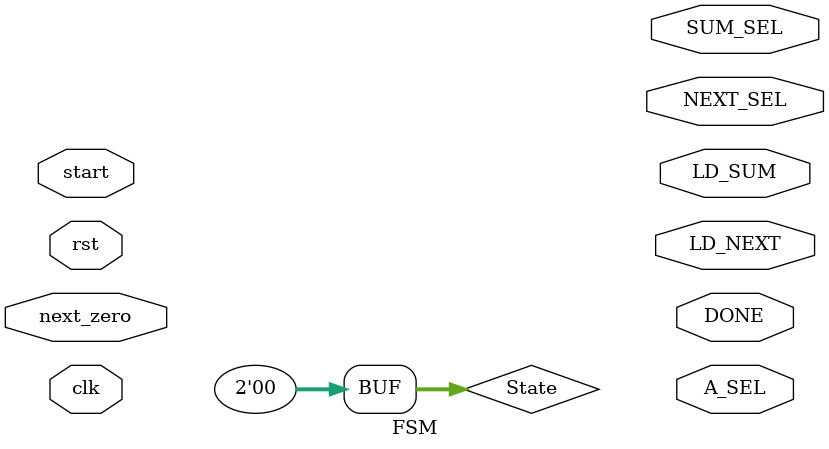
<source format=v>
`timescale 1ns / 1ps


module FSM(clk,rst,start,next_zero, LD_SUM, LD_NEXT, SUM_SEL, NEXT_SEL, A_SEL, DONE);
input clk,rst,start,next_zero;
output reg LD_SUM,LD_NEXT,SUM_SEL,NEXT_SEL,A_SEL,DONE;

    
    localparam _START = 0, _COMPUTE_SUM = 1, _GET_NEXT = 2, _DONE = 3;
    reg [1:0] State , StateNext;
    
    //State <= 0;
    always @(State, start, next_zero) begin
        //State <= 1;
        case(State)
            _START: begin
                LD_SUM <= 0;
                LD_NEXT <= 0;
                SUM_SEL <= 0;
                NEXT_SEL <= 0;
                A_SEL <= 0;
                DONE <= 0; 
                
                if(start == 1)
                    StateNext <= _COMPUTE_SUM;
                else
                    StateNext <= _START;         
            end
            
            _COMPUTE_SUM: begin
                LD_SUM <= 1;
                LD_NEXT <= 0;
                SUM_SEL <= 1;
                NEXT_SEL <= 1;
                A_SEL <= 1;
                DONE <= 0; 
                
                StateNext <= _GET_NEXT;          
            end
            _GET_NEXT: begin
            
                LD_SUM <= 0;
                LD_NEXT <= 1;
                SUM_SEL <= 1;
                NEXT_SEL <= 1;
                A_SEL <= 0;
                DONE <= 0; 
                       
                if(next_zero == 1)
                    StateNext <= _DONE;
                else
                    StateNext <= _COMPUTE_SUM;                    
            end
            _DONE: begin
                LD_SUM <= 0;
                LD_NEXT <= 0;
                SUM_SEL <= 0;
                NEXT_SEL <= 0;
                A_SEL <= 0;
                DONE <= 1; 
                if(start == 1)
                    StateNext <= _DONE;
                else
                    StateNext <= _START;                                
            end
            default: begin
                //$display("%t: Reset failed", $State);
                State <= _START;
            end
        endcase
    end
    
    always @(posedge clk)
    begin
      if (rst == 1)
        State <= _START;
      else 
        State <= StateNext;            
    end //endalways
endmodule



/*

`timescale 1ns / 1ps
//////////////////////////////////////////////////////////////////////////////////
// Company: 
// Engineer: 
// 
// Create Date: 2022/05/25 20:09:22
// Design Name: 
// Module Name: FSM_tb
// Project Name: 
// Target Devices: 
// Tool Versions: 
// Description: 
// 
// Dependencies: 
// 
// Revision:
// Revision 0.01 - File Created
// Additional Comments:
// 
//////////////////////////////////////////////////////////////////////////////////

//FSM(clk,rst,start,next_zero, LD_SUM, LD_NEXT, SUM_SEL, NEXT_SEL, A_SEL, DONE);
//input clk,rst,start,next_zero;
//output reg LD_SUM,LD_NEXT,SUM_SEL,NEXT_SEL,A_SEL,DONE;

module FSM_tb();
    reg clk,rst,start,next_zero;
    wire LD_SUM,LD_NEXT,SUM_SEL,NEXT_SEL,A_SEL,DONE;
    
    FSM dut(clk, rst, start, next_zero, LD_SUM, LD_NEXT ,SUM_SEL ,NEXT_SEL, A_SEL, DONE);
    
    initial clk = 0;
    always #10 clk <= ~clk;
    
    initial begin
        rst <= 1;
        start <= 0;
        #5 rst <= 0;
        @(posedge clk);
        start <= ~start;
    end
    
    
endmodule

*/

</source>
